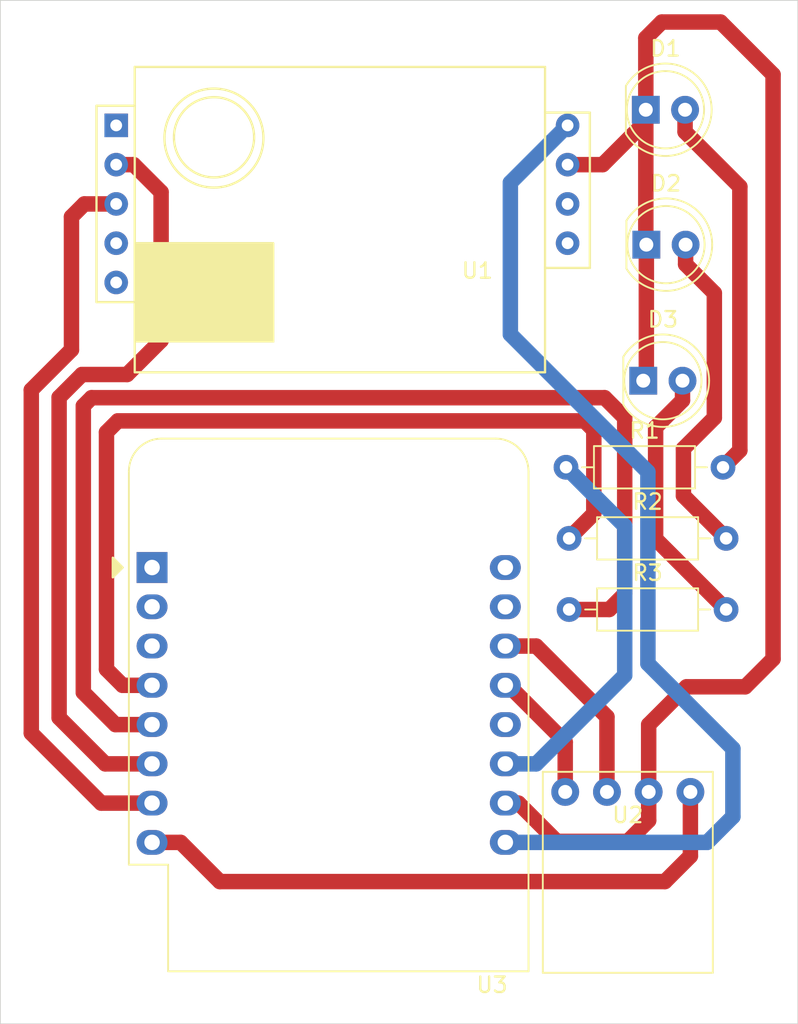
<source format=kicad_pcb>
(kicad_pcb (version 20171130) (host pcbnew "(5.1.8)-1")

  (general
    (thickness 1.6)
    (drawings 5)
    (tracks 95)
    (zones 0)
    (modules 9)
    (nets 25)
  )

  (page A4)
  (layers
    (0 F.Cu signal)
    (31 B.Cu signal)
    (32 B.Adhes user)
    (33 F.Adhes user)
    (34 B.Paste user)
    (35 F.Paste user)
    (36 B.SilkS user)
    (37 F.SilkS user)
    (38 B.Mask user)
    (39 F.Mask user)
    (40 Dwgs.User user)
    (41 Cmts.User user)
    (42 Eco1.User user)
    (43 Eco2.User user)
    (44 Edge.Cuts user)
    (45 Margin user)
    (46 B.CrtYd user)
    (47 F.CrtYd user)
    (48 B.Fab user)
    (49 F.Fab user)
  )

  (setup
    (last_trace_width 1)
    (trace_clearance 0.5)
    (zone_clearance 0.508)
    (zone_45_only no)
    (trace_min 0.2)
    (via_size 0.8)
    (via_drill 0.4)
    (via_min_size 0.4)
    (via_min_drill 0.3)
    (uvia_size 0.3)
    (uvia_drill 0.1)
    (uvias_allowed no)
    (uvia_min_size 0.2)
    (uvia_min_drill 0.1)
    (edge_width 0.05)
    (segment_width 0.2)
    (pcb_text_width 0.3)
    (pcb_text_size 1.5 1.5)
    (mod_edge_width 0.12)
    (mod_text_size 1 1)
    (mod_text_width 0.15)
    (pad_size 1.524 1.524)
    (pad_drill 0.762)
    (pad_to_mask_clearance 0)
    (aux_axis_origin 0 0)
    (visible_elements 7FFFFFFF)
    (pcbplotparams
      (layerselection 0x011fc_ffffffff)
      (usegerberextensions false)
      (usegerberattributes true)
      (usegerberadvancedattributes true)
      (creategerberjobfile true)
      (excludeedgelayer true)
      (linewidth 0.100000)
      (plotframeref false)
      (viasonmask false)
      (mode 1)
      (useauxorigin false)
      (hpglpennumber 1)
      (hpglpenspeed 20)
      (hpglpendiameter 15.000000)
      (psnegative false)
      (psa4output false)
      (plotreference true)
      (plotvalue true)
      (plotinvisibletext false)
      (padsonsilk false)
      (subtractmaskfromsilk false)
      (outputformat 1)
      (mirror false)
      (drillshape 0)
      (scaleselection 1)
      (outputdirectory "JLCPCB/"))
  )

  (net 0 "")
  (net 1 "Net-(D1-Pad1)")
  (net 2 "Net-(D1-Pad2)")
  (net 3 "Net-(D2-Pad2)")
  (net 4 "Net-(D3-Pad2)")
  (net 5 "Net-(R1-Pad1)")
  (net 6 "Net-(R2-Pad1)")
  (net 7 "Net-(R3-Pad1)")
  (net 8 "Net-(U1-Pad9)")
  (net 9 "Net-(U1-Pad8)")
  (net 10 "Net-(U1-Pad6)")
  (net 11 "Net-(U1-Pad5)")
  (net 12 "Net-(U1-Pad4)")
  (net 13 "Net-(U1-Pad3)")
  (net 14 "Net-(U1-Pad2)")
  (net 15 "Net-(U1-Pad1)")
  (net 16 "Net-(U2-Pad3)")
  (net 17 "Net-(U2-Pad4)")
  (net 18 "Net-(U3-Pad2)")
  (net 19 "Net-(U3-Pad1)")
  (net 20 "Net-(U3-Pad3)")
  (net 21 "Net-(U3-Pad12)")
  (net 22 "Net-(U3-Pad15)")
  (net 23 "Net-(U3-Pad16)")
  (net 24 "Net-(U2-Pad1)")

  (net_class Default "This is the default net class."
    (clearance 0.5)
    (trace_width 1)
    (via_dia 0.8)
    (via_drill 0.4)
    (uvia_dia 0.3)
    (uvia_drill 0.1)
    (add_net "Net-(U1-Pad1)")
    (add_net "Net-(U1-Pad2)")
    (add_net "Net-(U1-Pad3)")
    (add_net "Net-(U1-Pad4)")
    (add_net "Net-(U1-Pad5)")
    (add_net "Net-(U1-Pad6)")
    (add_net "Net-(U1-Pad8)")
    (add_net "Net-(U1-Pad9)")
    (add_net "Net-(U2-Pad1)")
    (add_net "Net-(U2-Pad3)")
    (add_net "Net-(U2-Pad4)")
    (add_net "Net-(U3-Pad1)")
    (add_net "Net-(U3-Pad12)")
    (add_net "Net-(U3-Pad15)")
    (add_net "Net-(U3-Pad16)")
    (add_net "Net-(U3-Pad2)")
    (add_net "Net-(U3-Pad3)")
  )

  (net_class PWR ""
    (clearance 0.5)
    (trace_width 1)
    (via_dia 0.8)
    (via_drill 0.4)
    (uvia_dia 0.3)
    (uvia_drill 0.1)
    (add_net "Net-(D1-Pad1)")
    (add_net "Net-(D1-Pad2)")
    (add_net "Net-(D2-Pad2)")
    (add_net "Net-(D3-Pad2)")
    (add_net "Net-(R1-Pad1)")
    (add_net "Net-(R2-Pad1)")
    (add_net "Net-(R3-Pad1)")
  )

  (module mh-z19b:Winsen_MH-Z19B (layer F.Cu) (tedit 5F8B2EEF) (tstamp 5FD275D3)
    (at 218.694 117.856 180)
    (path /5FCBE99F)
    (fp_text reference U1 (at -23.368 4.572) (layer F.SilkS)
      (effects (font (size 1 1) (thickness 0.15)))
    )
    (fp_text value MH-Z19B (at -19.05 0.762) (layer F.Fab)
      (effects (font (size 1 1) (thickness 0.15)))
    )
    (fp_line (start -1.2 -2) (end -27.75 -2) (layer F.SilkS) (width 0.15))
    (fp_line (start 1.27 15.24) (end -1.205 15.24) (layer F.SilkS) (width 0.15))
    (fp_line (start 1.275 2.54) (end 1.275 15.24) (layer F.SilkS) (width 0.15))
    (fp_line (start -1.27 2.54) (end 1.27 2.54) (layer F.SilkS) (width 0.15))
    (fp_line (start -27.75 4.75) (end -30.65 4.75) (layer F.SilkS) (width 0.15))
    (fp_line (start -30.65 4.75) (end -30.65 14.8) (layer F.SilkS) (width 0.15))
    (fp_line (start -30.65 14.8) (end -27.75 14.8) (layer F.SilkS) (width 0.15))
    (fp_line (start -27.75 -2) (end -27.75 17.75) (layer F.SilkS) (width 0.15))
    (fp_line (start -27.75 17.75) (end -1.2 17.75) (layer F.SilkS) (width 0.15))
    (fp_circle (center -6.325 13.15) (end -9.425 12.35) (layer F.SilkS) (width 0.15))
    (fp_circle (center -6.330656 13.2) (end -8.530656 11.825) (layer F.SilkS) (width 0.15))
    (fp_poly (pts (xy -10.16 0) (xy -10.16 6.35) (xy -1.27 6.35) (xy -1.27 0)) (layer F.SilkS) (width 0.15))
    (fp_line (start -1.2 -2) (end -1.2 17.75) (layer F.SilkS) (width 0.15))
    (pad 9 thru_hole circle (at -29.21 6.35 180) (size 1.524 1.524) (drill 0.762) (layers *.Cu *.Mask)
      (net 8 "Net-(U1-Pad9)"))
    (pad 8 thru_hole circle (at -29.21 8.89 180) (size 1.524 1.524) (drill 0.762) (layers *.Cu *.Mask)
      (net 9 "Net-(U1-Pad8)"))
    (pad 7 thru_hole circle (at -29.21 11.43 180) (size 1.524 1.524) (drill 0.762) (layers *.Cu *.Mask)
      (net 1 "Net-(D1-Pad1)"))
    (pad 6 thru_hole circle (at -29.21 13.97 180) (size 1.524 1.524) (drill 0.762) (layers *.Cu *.Mask)
      (net 10 "Net-(U1-Pad6)"))
    (pad 5 thru_hole circle (at 0 3.81 180) (size 1.524 1.524) (drill 0.762) (layers *.Cu *.Mask)
      (net 11 "Net-(U1-Pad5)"))
    (pad 4 thru_hole circle (at 0 6.35 180) (size 1.524 1.524) (drill 0.762) (layers *.Cu *.Mask)
      (net 12 "Net-(U1-Pad4)"))
    (pad 3 thru_hole circle (at 0 8.89 180) (size 1.524 1.524) (drill 0.762) (layers *.Cu *.Mask)
      (net 13 "Net-(U1-Pad3)"))
    (pad 2 thru_hole circle (at 0 11.43 180) (size 1.524 1.524) (drill 0.762) (layers *.Cu *.Mask)
      (net 14 "Net-(U1-Pad2)"))
    (pad 1 thru_hole rect (at 0 13.97 180) (size 1.524 1.524) (drill 0.762) (layers *.Cu *.Mask)
      (net 15 "Net-(U1-Pad1)"))
  )

  (module GY-BME280:GY-BME280 (layer F.Cu) (tedit 5FD0FFBB) (tstamp 5FD28798)
    (at 251.8 149 180)
    (path /5FD2126B)
    (fp_text reference U2 (at 0 0.5) (layer F.SilkS)
      (effects (font (size 1 1) (thickness 0.15)))
    )
    (fp_text value gybmep (at 0 -0.5) (layer F.Fab)
      (effects (font (size 1 1) (thickness 0.15)))
    )
    (fp_line (start -5.5 -9.7) (end -5.5 3.3) (layer F.SilkS) (width 0.12))
    (fp_line (start 5.5 -9.7) (end -5.5 -9.7) (layer F.SilkS) (width 0.12))
    (fp_line (start 5.5 3.3) (end 5.5 -9.7) (layer F.SilkS) (width 0.12))
    (fp_line (start -5.5 3.3) (end 5.5 3.3) (layer F.SilkS) (width 0.12))
    (pad 4 thru_hole circle (at 4.05 2 180) (size 1.8 1.8) (drill 0.9) (layers *.Cu *.Mask)
      (net 17 "Net-(U2-Pad4)"))
    (pad 3 thru_hole circle (at 1.35 2 180) (size 1.8 1.8) (drill 0.9) (layers *.Cu *.Mask)
      (net 16 "Net-(U2-Pad3)"))
    (pad 2 thru_hole circle (at -1.35 2 180) (size 1.8 1.8) (drill 0.9) (layers *.Cu *.Mask)
      (net 1 "Net-(D1-Pad1)"))
    (pad 1 thru_hole circle (at -4.05 2 180) (size 1.8 1.8) (drill 0.9) (layers *.Cu *.Mask)
      (net 24 "Net-(U2-Pad1)"))
  )

  (module Module:WEMOS_D1_mini_light (layer F.Cu) (tedit 5BBFB1CE) (tstamp 5FD27F05)
    (at 221.015001 132.485001)
    (descr "16-pin module, column spacing 22.86 mm (900 mils), https://wiki.wemos.cc/products:d1:d1_mini, https://c1.staticflickr.com/1/734/31400410271_f278b087db_z.jpg")
    (tags "ESP8266 WiFi microcontroller")
    (path /5FCD2C92)
    (fp_text reference U3 (at 22 27) (layer F.SilkS)
      (effects (font (size 1 1) (thickness 0.15)))
    )
    (fp_text value WeMos_D1_mini (at 11.7 0) (layer F.Fab)
      (effects (font (size 1 1) (thickness 0.15)))
    )
    (fp_line (start 1.04 26.12) (end 24.36 26.12) (layer F.SilkS) (width 0.12))
    (fp_line (start -1.5 19.22) (end -1.5 -6.21) (layer F.SilkS) (width 0.12))
    (fp_line (start 24.36 26.12) (end 24.36 -6.21) (layer F.SilkS) (width 0.12))
    (fp_line (start 22.24 -8.34) (end 0.63 -8.34) (layer F.SilkS) (width 0.12))
    (fp_line (start 1.17 25.99) (end 24.23 25.99) (layer F.Fab) (width 0.1))
    (fp_line (start 24.23 25.99) (end 24.23 -6.21) (layer F.Fab) (width 0.1))
    (fp_line (start 22.23 -8.21) (end 0.63 -8.21) (layer F.Fab) (width 0.1))
    (fp_line (start -1.37 1) (end -1.37 19.09) (layer F.Fab) (width 0.1))
    (fp_line (start -1.62 -8.46) (end 24.48 -8.46) (layer F.CrtYd) (width 0.05))
    (fp_line (start 24.48 -8.41) (end 24.48 26.24) (layer F.CrtYd) (width 0.05))
    (fp_line (start 24.48 26.24) (end -1.62 26.24) (layer F.CrtYd) (width 0.05))
    (fp_line (start -1.62 26.24) (end -1.62 -8.46) (layer F.CrtYd) (width 0.05))
    (fp_poly (pts (xy -2.54 -0.635) (xy -2.54 0.635) (xy -1.905 0)) (layer F.SilkS) (width 0.15))
    (fp_line (start -1.35 -1.4) (end 24.25 -1.4) (layer Dwgs.User) (width 0.1))
    (fp_line (start 24.25 -1.4) (end 24.25 -8.2) (layer Dwgs.User) (width 0.1))
    (fp_line (start 24.25 -8.2) (end -1.35 -8.2) (layer Dwgs.User) (width 0.1))
    (fp_line (start -1.35 -8.2) (end -1.35 -1.4) (layer Dwgs.User) (width 0.1))
    (fp_line (start -1.35 -1.4) (end 5.45 -8.2) (layer Dwgs.User) (width 0.1))
    (fp_line (start 0.65 -1.4) (end 7.45 -8.2) (layer Dwgs.User) (width 0.1))
    (fp_line (start 2.65 -1.4) (end 9.45 -8.2) (layer Dwgs.User) (width 0.1))
    (fp_line (start 4.65 -1.4) (end 11.45 -8.2) (layer Dwgs.User) (width 0.1))
    (fp_line (start 6.65 -1.4) (end 13.45 -8.2) (layer Dwgs.User) (width 0.1))
    (fp_line (start 8.65 -1.4) (end 15.45 -8.2) (layer Dwgs.User) (width 0.1))
    (fp_line (start 10.65 -1.4) (end 17.45 -8.2) (layer Dwgs.User) (width 0.1))
    (fp_line (start 12.65 -1.4) (end 19.45 -8.2) (layer Dwgs.User) (width 0.1))
    (fp_line (start 14.65 -1.4) (end 21.45 -8.2) (layer Dwgs.User) (width 0.1))
    (fp_line (start 16.65 -1.4) (end 23.45 -8.2) (layer Dwgs.User) (width 0.1))
    (fp_line (start 18.65 -1.4) (end 24.25 -7) (layer Dwgs.User) (width 0.1))
    (fp_line (start 20.65 -1.4) (end 24.25 -5) (layer Dwgs.User) (width 0.1))
    (fp_line (start 22.65 -1.4) (end 24.25 -3) (layer Dwgs.User) (width 0.1))
    (fp_line (start -1.35 -3.4) (end 3.45 -8.2) (layer Dwgs.User) (width 0.1))
    (fp_line (start -1.3 -5.45) (end 1.45 -8.2) (layer Dwgs.User) (width 0.1))
    (fp_line (start -1.35 -7.4) (end -0.55 -8.2) (layer Dwgs.User) (width 0.1))
    (fp_line (start -1.37 19.09) (end 1.17 19.09) (layer F.Fab) (width 0.1))
    (fp_line (start 1.17 19.09) (end 1.17 25.99) (layer F.Fab) (width 0.1))
    (fp_line (start -1.37 -6.21) (end -1.37 -1) (layer F.Fab) (width 0.1))
    (fp_line (start -1.37 1) (end -0.37 0) (layer F.Fab) (width 0.1))
    (fp_line (start -0.37 0) (end -1.37 -1) (layer F.Fab) (width 0.1))
    (fp_line (start -1.5 19.22) (end 1.04 19.22) (layer F.SilkS) (width 0.12))
    (fp_line (start 1.04 19.22) (end 1.04 26.12) (layer F.SilkS) (width 0.12))
    (fp_text user %R (at 11.43 10) (layer F.Fab)
      (effects (font (size 1 1) (thickness 0.15)))
    )
    (fp_arc (start 0.63 -6.21) (end 0.63 -8.21) (angle -90) (layer F.Fab) (width 0.1))
    (fp_arc (start 22.23 -6.21) (end 24.23 -6.19) (angle -90) (layer F.Fab) (width 0.1))
    (fp_arc (start 0.63 -6.21) (end 0.63 -8.34) (angle -90) (layer F.SilkS) (width 0.12))
    (fp_arc (start 22.23 -6.21) (end 24.36 -6.21) (angle -90) (layer F.SilkS) (width 0.12))
    (fp_text user "KEEP OUT" (at 11.43 -6.35) (layer Cmts.User)
      (effects (font (size 1 1) (thickness 0.15)))
    )
    (fp_text user "No copper" (at 11.43 -3.81) (layer Cmts.User)
      (effects (font (size 1 1) (thickness 0.15)))
    )
    (pad 2 thru_hole oval (at 0 2.54) (size 2 1.6) (drill 1) (layers *.Cu *.Mask)
      (net 18 "Net-(U3-Pad2)"))
    (pad 1 thru_hole rect (at 0 0) (size 2 2) (drill 1) (layers *.Cu *.Mask)
      (net 19 "Net-(U3-Pad1)"))
    (pad 3 thru_hole oval (at 0 5.08) (size 2 1.6) (drill 1) (layers *.Cu *.Mask)
      (net 20 "Net-(U3-Pad3)"))
    (pad 4 thru_hole oval (at 0 7.62) (size 2 1.6) (drill 1) (layers *.Cu *.Mask)
      (net 6 "Net-(R2-Pad1)"))
    (pad 5 thru_hole oval (at 0 10.16) (size 2 1.6) (drill 1) (layers *.Cu *.Mask)
      (net 7 "Net-(R3-Pad1)"))
    (pad 6 thru_hole oval (at 0 12.7) (size 2 1.6) (drill 1) (layers *.Cu *.Mask)
      (net 14 "Net-(U1-Pad2)"))
    (pad 7 thru_hole oval (at 0 15.24) (size 2 1.6) (drill 1) (layers *.Cu *.Mask)
      (net 13 "Net-(U1-Pad3)"))
    (pad 8 thru_hole oval (at 0 17.78) (size 2 1.6) (drill 1) (layers *.Cu *.Mask)
      (net 24 "Net-(U2-Pad1)"))
    (pad 9 thru_hole oval (at 22.86 17.78) (size 2 1.6) (drill 1) (layers *.Cu *.Mask)
      (net 10 "Net-(U1-Pad6)"))
    (pad 10 thru_hole oval (at 22.86 15.24) (size 2 1.6) (drill 1) (layers *.Cu *.Mask)
      (net 1 "Net-(D1-Pad1)"))
    (pad 11 thru_hole oval (at 22.86 12.7) (size 2 1.6) (drill 1) (layers *.Cu *.Mask)
      (net 5 "Net-(R1-Pad1)"))
    (pad 12 thru_hole oval (at 22.86 10.16) (size 2 1.6) (drill 1) (layers *.Cu *.Mask)
      (net 21 "Net-(U3-Pad12)"))
    (pad 13 thru_hole oval (at 22.86 7.62) (size 2 1.6) (drill 1) (layers *.Cu *.Mask)
      (net 17 "Net-(U2-Pad4)"))
    (pad 14 thru_hole oval (at 22.86 5.08) (size 2 1.6) (drill 1) (layers *.Cu *.Mask)
      (net 16 "Net-(U2-Pad3)"))
    (pad 15 thru_hole oval (at 22.86 2.54) (size 2 1.6) (drill 1) (layers *.Cu *.Mask)
      (net 22 "Net-(U3-Pad15)"))
    (pad 16 thru_hole oval (at 22.86 0) (size 2 1.6) (drill 1) (layers *.Cu *.Mask)
      (net 23 "Net-(U3-Pad16)"))
    (model ${KISYS3DMOD}/Module.3dshapes/WEMOS_D1_mini_light.wrl
      (at (xyz 0 0 0))
      (scale (xyz 1 1 1))
      (rotate (xyz 0 0 0))
    )
    (model ${KISYS3DMOD}/Connector_PinHeader_2.54mm.3dshapes/PinHeader_1x08_P2.54mm_Vertical.wrl
      (offset (xyz 0 0 9.5))
      (scale (xyz 1 1 1))
      (rotate (xyz 0 -180 0))
    )
    (model ${KISYS3DMOD}/Connector_PinHeader_2.54mm.3dshapes/PinHeader_1x08_P2.54mm_Vertical.wrl
      (offset (xyz 22.86 0 9.5))
      (scale (xyz 1 1 1))
      (rotate (xyz 0 -180 0))
    )
    (model ${KISYS3DMOD}/Connector_PinSocket_2.54mm.3dshapes/PinSocket_1x08_P2.54mm_Vertical.wrl
      (at (xyz 0 0 0))
      (scale (xyz 1 1 1))
      (rotate (xyz 0 0 0))
    )
    (model ${KISYS3DMOD}/Connector_PinSocket_2.54mm.3dshapes/PinSocket_1x08_P2.54mm_Vertical.wrl
      (offset (xyz 22.86 0 0))
      (scale (xyz 1 1 1))
      (rotate (xyz 0 0 0))
    )
  )

  (module LED_THT:LED_D5.0mm (layer F.Cu) (tedit 5995936A) (tstamp 5FD29705)
    (at 252.965001 102.875001)
    (descr "LED, diameter 5.0mm, 2 pins, http://cdn-reichelt.de/documents/datenblatt/A500/LL-504BC2E-009.pdf")
    (tags "LED diameter 5.0mm 2 pins")
    (path /5FD12599)
    (fp_text reference D1 (at 1.27 -3.96) (layer F.SilkS)
      (effects (font (size 1 1) (thickness 0.15)))
    )
    (fp_text value LED (at 1.27 3.96) (layer F.Fab)
      (effects (font (size 1 1) (thickness 0.15)))
    )
    (fp_circle (center 1.27 0) (end 3.77 0) (layer F.Fab) (width 0.1))
    (fp_circle (center 1.27 0) (end 3.77 0) (layer F.SilkS) (width 0.12))
    (fp_line (start -1.23 -1.469694) (end -1.23 1.469694) (layer F.Fab) (width 0.1))
    (fp_line (start -1.29 -1.545) (end -1.29 1.545) (layer F.SilkS) (width 0.12))
    (fp_line (start -1.95 -3.25) (end -1.95 3.25) (layer F.CrtYd) (width 0.05))
    (fp_line (start -1.95 3.25) (end 4.5 3.25) (layer F.CrtYd) (width 0.05))
    (fp_line (start 4.5 3.25) (end 4.5 -3.25) (layer F.CrtYd) (width 0.05))
    (fp_line (start 4.5 -3.25) (end -1.95 -3.25) (layer F.CrtYd) (width 0.05))
    (fp_arc (start 1.27 0) (end -1.23 -1.469694) (angle 299.1) (layer F.Fab) (width 0.1))
    (fp_arc (start 1.27 0) (end -1.29 -1.54483) (angle 148.9) (layer F.SilkS) (width 0.12))
    (fp_arc (start 1.27 0) (end -1.29 1.54483) (angle -148.9) (layer F.SilkS) (width 0.12))
    (fp_text user %R (at 1.25 0) (layer F.Fab)
      (effects (font (size 0.8 0.8) (thickness 0.2)))
    )
    (pad 1 thru_hole rect (at 0 0) (size 1.8 1.8) (drill 0.9) (layers *.Cu *.Mask)
      (net 1 "Net-(D1-Pad1)"))
    (pad 2 thru_hole circle (at 2.54 0) (size 1.8 1.8) (drill 0.9) (layers *.Cu *.Mask)
      (net 2 "Net-(D1-Pad2)"))
    (model ${KISYS3DMOD}/LED_THT.3dshapes/LED_D5.0mm.wrl
      (at (xyz 0 0 0))
      (scale (xyz 1 1 1))
      (rotate (xyz 0 0 0))
    )
  )

  (module LED_THT:LED_D5.0mm (layer F.Cu) (tedit 5995936A) (tstamp 5FD296D2)
    (at 253 111.6)
    (descr "LED, diameter 5.0mm, 2 pins, http://cdn-reichelt.de/documents/datenblatt/A500/LL-504BC2E-009.pdf")
    (tags "LED diameter 5.0mm 2 pins")
    (path /5FD136A0)
    (fp_text reference D2 (at 1.27 -3.96) (layer F.SilkS)
      (effects (font (size 1 1) (thickness 0.15)))
    )
    (fp_text value LED (at 1.27 3.96) (layer F.Fab)
      (effects (font (size 1 1) (thickness 0.15)))
    )
    (fp_line (start 4.5 -3.25) (end -1.95 -3.25) (layer F.CrtYd) (width 0.05))
    (fp_line (start 4.5 3.25) (end 4.5 -3.25) (layer F.CrtYd) (width 0.05))
    (fp_line (start -1.95 3.25) (end 4.5 3.25) (layer F.CrtYd) (width 0.05))
    (fp_line (start -1.95 -3.25) (end -1.95 3.25) (layer F.CrtYd) (width 0.05))
    (fp_line (start -1.29 -1.545) (end -1.29 1.545) (layer F.SilkS) (width 0.12))
    (fp_line (start -1.23 -1.469694) (end -1.23 1.469694) (layer F.Fab) (width 0.1))
    (fp_circle (center 1.27 0) (end 3.77 0) (layer F.SilkS) (width 0.12))
    (fp_circle (center 1.27 0) (end 3.77 0) (layer F.Fab) (width 0.1))
    (fp_text user %R (at 1.25 0) (layer F.Fab)
      (effects (font (size 0.8 0.8) (thickness 0.2)))
    )
    (fp_arc (start 1.27 0) (end -1.29 1.54483) (angle -148.9) (layer F.SilkS) (width 0.12))
    (fp_arc (start 1.27 0) (end -1.29 -1.54483) (angle 148.9) (layer F.SilkS) (width 0.12))
    (fp_arc (start 1.27 0) (end -1.23 -1.469694) (angle 299.1) (layer F.Fab) (width 0.1))
    (pad 2 thru_hole circle (at 2.54 0) (size 1.8 1.8) (drill 0.9) (layers *.Cu *.Mask)
      (net 3 "Net-(D2-Pad2)"))
    (pad 1 thru_hole rect (at 0 0) (size 1.8 1.8) (drill 0.9) (layers *.Cu *.Mask)
      (net 1 "Net-(D1-Pad1)"))
    (model ${KISYS3DMOD}/LED_THT.3dshapes/LED_D5.0mm.wrl
      (at (xyz 0 0 0))
      (scale (xyz 1 1 1))
      (rotate (xyz 0 0 0))
    )
  )

  (module LED_THT:LED_D5.0mm (layer F.Cu) (tedit 5995936A) (tstamp 5FD2977A)
    (at 252.8 120.4)
    (descr "LED, diameter 5.0mm, 2 pins, http://cdn-reichelt.de/documents/datenblatt/A500/LL-504BC2E-009.pdf")
    (tags "LED diameter 5.0mm 2 pins")
    (path /5FD14625)
    (fp_text reference D3 (at 1.27 -3.96) (layer F.SilkS)
      (effects (font (size 1 1) (thickness 0.15)))
    )
    (fp_text value LED (at 1.27 3.96) (layer F.Fab)
      (effects (font (size 1 1) (thickness 0.15)))
    )
    (fp_circle (center 1.27 0) (end 3.77 0) (layer F.Fab) (width 0.1))
    (fp_circle (center 1.27 0) (end 3.77 0) (layer F.SilkS) (width 0.12))
    (fp_line (start -1.23 -1.469694) (end -1.23 1.469694) (layer F.Fab) (width 0.1))
    (fp_line (start -1.29 -1.545) (end -1.29 1.545) (layer F.SilkS) (width 0.12))
    (fp_line (start -1.95 -3.25) (end -1.95 3.25) (layer F.CrtYd) (width 0.05))
    (fp_line (start -1.95 3.25) (end 4.5 3.25) (layer F.CrtYd) (width 0.05))
    (fp_line (start 4.5 3.25) (end 4.5 -3.25) (layer F.CrtYd) (width 0.05))
    (fp_line (start 4.5 -3.25) (end -1.95 -3.25) (layer F.CrtYd) (width 0.05))
    (fp_arc (start 1.27 0) (end -1.23 -1.469694) (angle 299.1) (layer F.Fab) (width 0.1))
    (fp_arc (start 1.27 0) (end -1.29 -1.54483) (angle 148.9) (layer F.SilkS) (width 0.12))
    (fp_arc (start 1.27 0) (end -1.29 1.54483) (angle -148.9) (layer F.SilkS) (width 0.12))
    (fp_text user %R (at 1.25 0) (layer F.Fab)
      (effects (font (size 0.8 0.8) (thickness 0.2)))
    )
    (pad 1 thru_hole rect (at 0 0) (size 1.8 1.8) (drill 0.9) (layers *.Cu *.Mask)
      (net 1 "Net-(D1-Pad1)"))
    (pad 2 thru_hole circle (at 2.54 0) (size 1.8 1.8) (drill 0.9) (layers *.Cu *.Mask)
      (net 4 "Net-(D3-Pad2)"))
    (model ${KISYS3DMOD}/LED_THT.3dshapes/LED_D5.0mm.wrl
      (at (xyz 0 0 0))
      (scale (xyz 1 1 1))
      (rotate (xyz 0 0 0))
    )
  )

  (module Resistor_THT:R_Axial_DIN0207_L6.3mm_D2.5mm_P10.16mm_Horizontal (layer F.Cu) (tedit 5AE5139B) (tstamp 5FD2973D)
    (at 247.8 126)
    (descr "Resistor, Axial_DIN0207 series, Axial, Horizontal, pin pitch=10.16mm, 0.25W = 1/4W, length*diameter=6.3*2.5mm^2, http://cdn-reichelt.de/documents/datenblatt/B400/1_4W%23YAG.pdf")
    (tags "Resistor Axial_DIN0207 series Axial Horizontal pin pitch 10.16mm 0.25W = 1/4W length 6.3mm diameter 2.5mm")
    (path /5FD1520A)
    (fp_text reference R1 (at 5.08 -2.37) (layer F.SilkS)
      (effects (font (size 1 1) (thickness 0.15)))
    )
    (fp_text value R (at 5.08 2.37) (layer F.Fab)
      (effects (font (size 1 1) (thickness 0.15)))
    )
    (fp_line (start 1.93 -1.25) (end 1.93 1.25) (layer F.Fab) (width 0.1))
    (fp_line (start 1.93 1.25) (end 8.23 1.25) (layer F.Fab) (width 0.1))
    (fp_line (start 8.23 1.25) (end 8.23 -1.25) (layer F.Fab) (width 0.1))
    (fp_line (start 8.23 -1.25) (end 1.93 -1.25) (layer F.Fab) (width 0.1))
    (fp_line (start 0 0) (end 1.93 0) (layer F.Fab) (width 0.1))
    (fp_line (start 10.16 0) (end 8.23 0) (layer F.Fab) (width 0.1))
    (fp_line (start 1.81 -1.37) (end 1.81 1.37) (layer F.SilkS) (width 0.12))
    (fp_line (start 1.81 1.37) (end 8.35 1.37) (layer F.SilkS) (width 0.12))
    (fp_line (start 8.35 1.37) (end 8.35 -1.37) (layer F.SilkS) (width 0.12))
    (fp_line (start 8.35 -1.37) (end 1.81 -1.37) (layer F.SilkS) (width 0.12))
    (fp_line (start 1.04 0) (end 1.81 0) (layer F.SilkS) (width 0.12))
    (fp_line (start 9.12 0) (end 8.35 0) (layer F.SilkS) (width 0.12))
    (fp_line (start -1.05 -1.5) (end -1.05 1.5) (layer F.CrtYd) (width 0.05))
    (fp_line (start -1.05 1.5) (end 11.21 1.5) (layer F.CrtYd) (width 0.05))
    (fp_line (start 11.21 1.5) (end 11.21 -1.5) (layer F.CrtYd) (width 0.05))
    (fp_line (start 11.21 -1.5) (end -1.05 -1.5) (layer F.CrtYd) (width 0.05))
    (fp_text user %R (at 5.08 0) (layer F.Fab)
      (effects (font (size 1 1) (thickness 0.15)))
    )
    (pad 1 thru_hole circle (at 0 0) (size 1.6 1.6) (drill 0.8) (layers *.Cu *.Mask)
      (net 5 "Net-(R1-Pad1)"))
    (pad 2 thru_hole oval (at 10.16 0) (size 1.6 1.6) (drill 0.8) (layers *.Cu *.Mask)
      (net 2 "Net-(D1-Pad2)"))
    (model ${KISYS3DMOD}/Resistor_THT.3dshapes/R_Axial_DIN0207_L6.3mm_D2.5mm_P10.16mm_Horizontal.wrl
      (at (xyz 0 0 0))
      (scale (xyz 1 1 1))
      (rotate (xyz 0 0 0))
    )
  )

  (module Resistor_THT:R_Axial_DIN0207_L6.3mm_D2.5mm_P10.16mm_Horizontal (layer F.Cu) (tedit 5AE5139B) (tstamp 5FD297FD)
    (at 248 130.6)
    (descr "Resistor, Axial_DIN0207 series, Axial, Horizontal, pin pitch=10.16mm, 0.25W = 1/4W, length*diameter=6.3*2.5mm^2, http://cdn-reichelt.de/documents/datenblatt/B400/1_4W%23YAG.pdf")
    (tags "Resistor Axial_DIN0207 series Axial Horizontal pin pitch 10.16mm 0.25W = 1/4W length 6.3mm diameter 2.5mm")
    (path /5FD163C1)
    (fp_text reference R2 (at 5.08 -2.37) (layer F.SilkS)
      (effects (font (size 1 1) (thickness 0.15)))
    )
    (fp_text value R (at 5.08 2.37) (layer F.Fab)
      (effects (font (size 1 1) (thickness 0.15)))
    )
    (fp_line (start 11.21 -1.5) (end -1.05 -1.5) (layer F.CrtYd) (width 0.05))
    (fp_line (start 11.21 1.5) (end 11.21 -1.5) (layer F.CrtYd) (width 0.05))
    (fp_line (start -1.05 1.5) (end 11.21 1.5) (layer F.CrtYd) (width 0.05))
    (fp_line (start -1.05 -1.5) (end -1.05 1.5) (layer F.CrtYd) (width 0.05))
    (fp_line (start 9.12 0) (end 8.35 0) (layer F.SilkS) (width 0.12))
    (fp_line (start 1.04 0) (end 1.81 0) (layer F.SilkS) (width 0.12))
    (fp_line (start 8.35 -1.37) (end 1.81 -1.37) (layer F.SilkS) (width 0.12))
    (fp_line (start 8.35 1.37) (end 8.35 -1.37) (layer F.SilkS) (width 0.12))
    (fp_line (start 1.81 1.37) (end 8.35 1.37) (layer F.SilkS) (width 0.12))
    (fp_line (start 1.81 -1.37) (end 1.81 1.37) (layer F.SilkS) (width 0.12))
    (fp_line (start 10.16 0) (end 8.23 0) (layer F.Fab) (width 0.1))
    (fp_line (start 0 0) (end 1.93 0) (layer F.Fab) (width 0.1))
    (fp_line (start 8.23 -1.25) (end 1.93 -1.25) (layer F.Fab) (width 0.1))
    (fp_line (start 8.23 1.25) (end 8.23 -1.25) (layer F.Fab) (width 0.1))
    (fp_line (start 1.93 1.25) (end 8.23 1.25) (layer F.Fab) (width 0.1))
    (fp_line (start 1.93 -1.25) (end 1.93 1.25) (layer F.Fab) (width 0.1))
    (fp_text user %R (at 5.08 0) (layer F.Fab)
      (effects (font (size 1 1) (thickness 0.15)))
    )
    (pad 2 thru_hole oval (at 10.16 0) (size 1.6 1.6) (drill 0.8) (layers *.Cu *.Mask)
      (net 3 "Net-(D2-Pad2)"))
    (pad 1 thru_hole circle (at 0 0) (size 1.6 1.6) (drill 0.8) (layers *.Cu *.Mask)
      (net 6 "Net-(R2-Pad1)"))
    (model ${KISYS3DMOD}/Resistor_THT.3dshapes/R_Axial_DIN0207_L6.3mm_D2.5mm_P10.16mm_Horizontal.wrl
      (at (xyz 0 0 0))
      (scale (xyz 1 1 1))
      (rotate (xyz 0 0 0))
    )
  )

  (module Resistor_THT:R_Axial_DIN0207_L6.3mm_D2.5mm_P10.16mm_Horizontal (layer F.Cu) (tedit 5AE5139B) (tstamp 5FD29695)
    (at 248 135.2)
    (descr "Resistor, Axial_DIN0207 series, Axial, Horizontal, pin pitch=10.16mm, 0.25W = 1/4W, length*diameter=6.3*2.5mm^2, http://cdn-reichelt.de/documents/datenblatt/B400/1_4W%23YAG.pdf")
    (tags "Resistor Axial_DIN0207 series Axial Horizontal pin pitch 10.16mm 0.25W = 1/4W length 6.3mm diameter 2.5mm")
    (path /5FD16E36)
    (fp_text reference R3 (at 5.08 -2.37) (layer F.SilkS)
      (effects (font (size 1 1) (thickness 0.15)))
    )
    (fp_text value R (at 5.08 2.37) (layer F.Fab)
      (effects (font (size 1 1) (thickness 0.15)))
    )
    (fp_line (start 1.93 -1.25) (end 1.93 1.25) (layer F.Fab) (width 0.1))
    (fp_line (start 1.93 1.25) (end 8.23 1.25) (layer F.Fab) (width 0.1))
    (fp_line (start 8.23 1.25) (end 8.23 -1.25) (layer F.Fab) (width 0.1))
    (fp_line (start 8.23 -1.25) (end 1.93 -1.25) (layer F.Fab) (width 0.1))
    (fp_line (start 0 0) (end 1.93 0) (layer F.Fab) (width 0.1))
    (fp_line (start 10.16 0) (end 8.23 0) (layer F.Fab) (width 0.1))
    (fp_line (start 1.81 -1.37) (end 1.81 1.37) (layer F.SilkS) (width 0.12))
    (fp_line (start 1.81 1.37) (end 8.35 1.37) (layer F.SilkS) (width 0.12))
    (fp_line (start 8.35 1.37) (end 8.35 -1.37) (layer F.SilkS) (width 0.12))
    (fp_line (start 8.35 -1.37) (end 1.81 -1.37) (layer F.SilkS) (width 0.12))
    (fp_line (start 1.04 0) (end 1.81 0) (layer F.SilkS) (width 0.12))
    (fp_line (start 9.12 0) (end 8.35 0) (layer F.SilkS) (width 0.12))
    (fp_line (start -1.05 -1.5) (end -1.05 1.5) (layer F.CrtYd) (width 0.05))
    (fp_line (start -1.05 1.5) (end 11.21 1.5) (layer F.CrtYd) (width 0.05))
    (fp_line (start 11.21 1.5) (end 11.21 -1.5) (layer F.CrtYd) (width 0.05))
    (fp_line (start 11.21 -1.5) (end -1.05 -1.5) (layer F.CrtYd) (width 0.05))
    (fp_text user %R (at 5.08 0) (layer F.Fab)
      (effects (font (size 1 1) (thickness 0.15)))
    )
    (pad 1 thru_hole circle (at 0 0) (size 1.6 1.6) (drill 0.8) (layers *.Cu *.Mask)
      (net 7 "Net-(R3-Pad1)"))
    (pad 2 thru_hole oval (at 10.16 0) (size 1.6 1.6) (drill 0.8) (layers *.Cu *.Mask)
      (net 4 "Net-(D3-Pad2)"))
    (model ${KISYS3DMOD}/Resistor_THT.3dshapes/R_Axial_DIN0207_L6.3mm_D2.5mm_P10.16mm_Horizontal.wrl
      (at (xyz 0 0 0))
      (scale (xyz 1 1 1))
      (rotate (xyz 0 0 0))
    )
  )

  (gr_line (start 211.2 95.8) (end 262.8 95.8) (layer Edge.Cuts) (width 0.05) (tstamp 5FD33B7B))
  (gr_line (start 262.8 162) (end 211.2 162) (layer Edge.Cuts) (width 0.05) (tstamp 5FD33B83))
  (gr_line (start 211.2 95.8) (end 211.2 162) (layer Edge.Cuts) (width 0.05))
  (gr_line (start 262.8 95.8) (end 262.8 162) (layer Edge.Cuts) (width 0.05))
  (gr_text mvich@escoladisseny.com (at 233 156.6) (layer Dwgs.User)
    (effects (font (size 1 1) (thickness 0.15)))
  )

  (segment (start 252.965001 120.234999) (end 252.8 120.4) (width 0.5) (layer F.Cu) (net 1) (tstamp 5FD2988A))
  (segment (start 243.875001 147.725001) (end 244.525001 147.725001) (width 0.5) (layer F.Cu) (net 1) (tstamp 5FD2985D))
  (segment (start 243.875001 147.725001) (end 244.725001 147.725001) (width 1) (layer F.Cu) (net 1))
  (segment (start 244.725001 147.725001) (end 247.2 150.2) (width 1) (layer F.Cu) (net 1))
  (segment (start 247.2 150.2) (end 251.8 150.2) (width 1) (layer F.Cu) (net 1))
  (segment (start 253.15 148.85) (end 253.15 147) (width 1) (layer F.Cu) (net 1))
  (segment (start 251.8 150.2) (end 253.15 148.85) (width 1) (layer F.Cu) (net 1))
  (segment (start 252.965001 98.234999) (end 252.965001 102.875001) (width 1) (layer F.Cu) (net 1))
  (segment (start 254 97.2) (end 252.965001 98.234999) (width 1) (layer F.Cu) (net 1))
  (segment (start 257.8 97.2) (end 254 97.2) (width 1) (layer F.Cu) (net 1))
  (segment (start 261.2 100.6) (end 257.8 97.2) (width 1) (layer F.Cu) (net 1))
  (segment (start 261.2 138.4) (end 261.2 100.6) (width 1) (layer F.Cu) (net 1))
  (segment (start 259.4 140.2) (end 261.2 138.4) (width 1) (layer F.Cu) (net 1))
  (segment (start 255.6 140.2) (end 259.4 140.2) (width 1) (layer F.Cu) (net 1))
  (segment (start 253.15 142.65) (end 255.6 140.2) (width 1) (layer F.Cu) (net 1))
  (segment (start 253.15 147) (end 253.15 142.65) (width 1) (layer F.Cu) (net 1))
  (segment (start 252.965001 102.875001) (end 252.965001 103.634999) (width 1) (layer F.Cu) (net 1))
  (segment (start 250.174 106.426) (end 247.904 106.426) (width 1) (layer F.Cu) (net 1))
  (segment (start 252.965001 103.634999) (end 250.174 106.426) (width 1) (layer F.Cu) (net 1))
  (segment (start 252.965001 111.565001) (end 253 111.6) (width 1) (layer F.Cu) (net 1))
  (segment (start 252.965001 102.875001) (end 252.965001 111.565001) (width 1) (layer F.Cu) (net 1))
  (segment (start 253 120.2) (end 252.8 120.4) (width 1) (layer F.Cu) (net 1))
  (segment (start 253 111.6) (end 253 120.2) (width 1) (layer F.Cu) (net 1))
  (segment (start 258.60001 125.35999) (end 257.96 126) (width 0.5) (layer F.Cu) (net 2) (tstamp 5FD29845))
  (segment (start 255.505001 102.875001) (end 255.505001 104.305001) (width 1) (layer F.Cu) (net 2))
  (segment (start 259.05001 124.90999) (end 257.96 126) (width 1) (layer F.Cu) (net 2))
  (segment (start 259.05001 107.85001) (end 259.05001 124.90999) (width 1) (layer F.Cu) (net 2))
  (segment (start 255.505001 104.305001) (end 259.05001 107.85001) (width 1) (layer F.Cu) (net 2))
  (segment (start 257.4 114.732792) (end 257.4 122.8) (width 1) (layer F.Cu) (net 3))
  (segment (start 255.54 112.872792) (end 257.4 114.732792) (width 1) (layer F.Cu) (net 3))
  (segment (start 255.54 111.6) (end 255.54 112.872792) (width 1) (layer F.Cu) (net 3))
  (segment (start 257.4 122.8) (end 255.4 124.8) (width 1) (layer F.Cu) (net 3))
  (segment (start 255.4 127.84) (end 258.16 130.6) (width 1) (layer F.Cu) (net 3))
  (segment (start 255.4 124.8) (end 255.4 127.84) (width 1) (layer F.Cu) (net 3))
  (segment (start 255.34 121.672792) (end 253.6 123.412792) (width 1) (layer F.Cu) (net 4))
  (segment (start 255.34 120.4) (end 255.34 121.672792) (width 1) (layer F.Cu) (net 4))
  (segment (start 253.6 130.64) (end 258.16 135.2) (width 1) (layer F.Cu) (net 4))
  (segment (start 253.6 123.412792) (end 253.6 130.64) (width 1) (layer F.Cu) (net 4))
  (segment (start 245.875001 145.185001) (end 251.6 139.460002) (width 1) (layer B.Cu) (net 5))
  (segment (start 243.875001 145.185001) (end 245.875001 145.185001) (width 1) (layer B.Cu) (net 5))
  (segment (start 251.6 129.8) (end 247.8 126) (width 1) (layer B.Cu) (net 5))
  (segment (start 251.6 139.460002) (end 251.6 129.8) (width 1) (layer B.Cu) (net 5))
  (segment (start 221.015001 140.535799) (end 221.015001 140.105001) (width 0.5) (layer F.Cu) (net 6) (tstamp 5FD29884))
  (segment (start 219.105001 140.105001) (end 221.015001 140.105001) (width 1) (layer F.Cu) (net 6))
  (segment (start 218.06601 123.73399) (end 218.06601 139.06601) (width 1) (layer F.Cu) (net 6))
  (segment (start 218.8 123) (end 218.06601 123.73399) (width 1) (layer F.Cu) (net 6))
  (segment (start 218.06601 139.06601) (end 219.105001 140.105001) (width 1) (layer F.Cu) (net 6))
  (segment (start 249 123) (end 218.8 123) (width 1) (layer F.Cu) (net 6))
  (segment (start 249.600001 123.600001) (end 249 123) (width 1) (layer F.Cu) (net 6))
  (segment (start 249.600001 128.999999) (end 249.600001 123.600001) (width 1) (layer F.Cu) (net 6))
  (segment (start 248 130.6) (end 249.600001 128.999999) (width 1) (layer F.Cu) (net 6))
  (segment (start 248 135.2) (end 250.6 135.2) (width 1) (layer F.Cu) (net 7))
  (segment (start 250.6 135.2) (end 251.6 134.2) (width 1) (layer F.Cu) (net 7))
  (segment (start 251.6 134.2) (end 251.6 122.8) (width 1) (layer F.Cu) (net 7))
  (segment (start 250.29999 121.49999) (end 217.10001 121.49999) (width 1) (layer F.Cu) (net 7))
  (segment (start 251.6 122.8) (end 250.29999 121.49999) (width 1) (layer F.Cu) (net 7))
  (segment (start 216.566 122.034) (end 216.566 140.566) (width 1) (layer F.Cu) (net 7))
  (segment (start 217.10001 121.49999) (end 216.566 122.034) (width 1) (layer F.Cu) (net 7))
  (segment (start 218.645001 142.645001) (end 221.015001 142.645001) (width 1) (layer F.Cu) (net 7))
  (segment (start 216.566 140.566) (end 218.645001 142.645001) (width 1) (layer F.Cu) (net 7))
  (segment (start 243.875001 150.265001) (end 256.934999 150.265001) (width 1) (layer B.Cu) (net 10))
  (segment (start 256.934999 150.265001) (end 258.6 148.6) (width 1) (layer B.Cu) (net 10))
  (segment (start 258.6 148.6) (end 258.6 144.2) (width 1) (layer B.Cu) (net 10))
  (segment (start 253.10001 138.70001) (end 253.10001 126.30001) (width 1) (layer B.Cu) (net 10))
  (segment (start 258.6 144.2) (end 253.10001 138.70001) (width 1) (layer B.Cu) (net 10))
  (segment (start 253.10001 126.30001) (end 244.2 117.4) (width 1) (layer B.Cu) (net 10))
  (segment (start 244.2 107.59) (end 247.904 103.886) (width 1) (layer B.Cu) (net 10))
  (segment (start 244.2 117.4) (end 244.2 107.59) (width 1) (layer B.Cu) (net 10))
  (segment (start 218.694 108.966) (end 216.634 108.966) (width 1) (layer F.Cu) (net 13))
  (segment (start 216.634 108.966) (end 215.8 109.8) (width 1) (layer F.Cu) (net 13))
  (segment (start 215.8 109.8) (end 215.8 118.4) (width 1) (layer F.Cu) (net 13))
  (segment (start 215.8 118.4) (end 213.2 121) (width 1) (layer F.Cu) (net 13))
  (segment (start 213.2 121) (end 213.2 143.2) (width 1) (layer F.Cu) (net 13))
  (segment (start 217.725001 147.725001) (end 221.015001 147.725001) (width 1) (layer F.Cu) (net 13))
  (segment (start 213.2 143.2) (end 217.725001 147.725001) (width 1) (layer F.Cu) (net 13))
  (segment (start 218.694 106.426) (end 219.826 106.426) (width 1) (layer F.Cu) (net 14))
  (segment (start 219.826 106.426) (end 221.6 108.2) (width 1) (layer F.Cu) (net 14))
  (segment (start 221.6 108.2) (end 221.6 117.8) (width 1) (layer F.Cu) (net 14))
  (segment (start 219.40002 119.99998) (end 216.478686 119.99998) (width 1) (layer F.Cu) (net 14))
  (segment (start 221.6 117.8) (end 219.40002 119.99998) (width 1) (layer F.Cu) (net 14))
  (segment (start 216.478686 119.99998) (end 215 121.478666) (width 1) (layer F.Cu) (net 14))
  (segment (start 215 121.478666) (end 215 142.2) (width 1) (layer F.Cu) (net 14))
  (segment (start 217.985001 145.185001) (end 221.015001 145.185001) (width 1) (layer F.Cu) (net 14))
  (segment (start 215 142.2) (end 217.985001 145.185001) (width 1) (layer F.Cu) (net 14))
  (segment (start 245.875001 137.565001) (end 243.875001 137.565001) (width 1) (layer F.Cu) (net 16))
  (segment (start 250.45 142.14) (end 245.875001 137.565001) (width 1) (layer F.Cu) (net 16))
  (segment (start 250.45 147) (end 250.45 142.14) (width 1) (layer F.Cu) (net 16))
  (segment (start 244.080599 140.105001) (end 243.875001 140.105001) (width 1) (layer F.Cu) (net 17))
  (segment (start 247.75 143.774402) (end 244.080599 140.105001) (width 1) (layer F.Cu) (net 17))
  (segment (start 247.75 147) (end 247.75 143.774402) (width 1) (layer F.Cu) (net 17))
  (segment (start 255.85 147) (end 255.85 151.15) (width 1) (layer F.Cu) (net 24))
  (segment (start 255.85 151.15) (end 254.2 152.8) (width 1) (layer F.Cu) (net 24))
  (segment (start 254.2 152.8) (end 225.4 152.8) (width 1) (layer F.Cu) (net 24))
  (segment (start 222.865001 150.265001) (end 221.015001 150.265001) (width 1) (layer F.Cu) (net 24))
  (segment (start 225.4 152.8) (end 222.865001 150.265001) (width 1) (layer F.Cu) (net 24))

)

</source>
